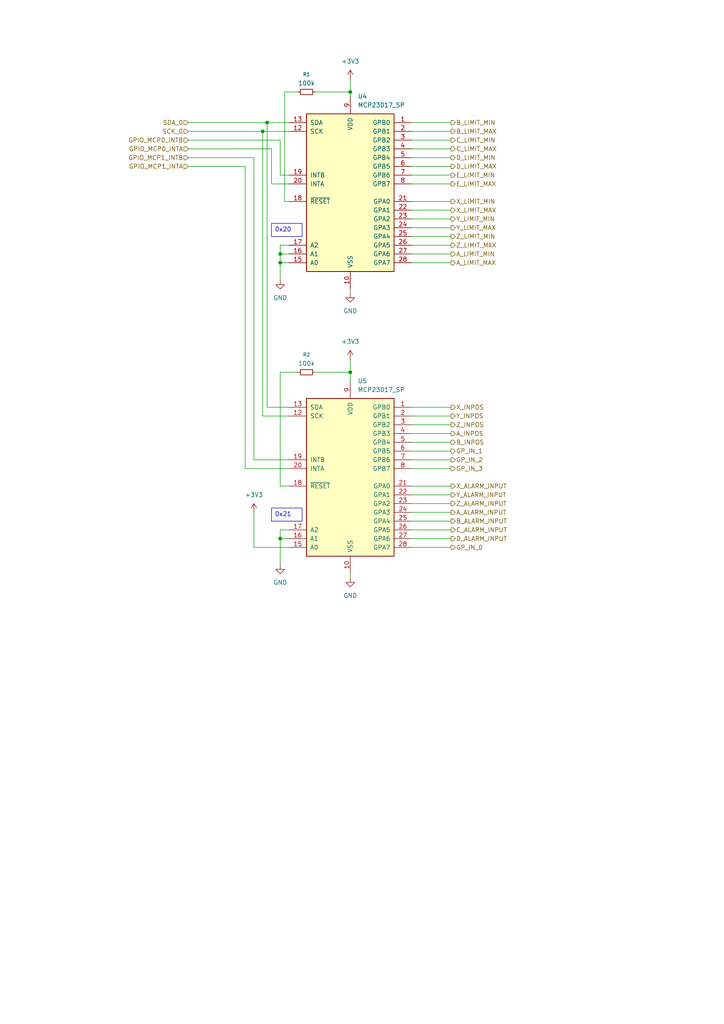
<source format=kicad_sch>
(kicad_sch (version 20250114) (generator "eeschema") (generator_version "9.0")
  (paper "A4" portrait)
  (lib_symbols
    (symbol "Device:R_Small" (pin_numbers (hide yes)) (pin_names (offset 0.254) (hide yes))
      (property "Reference" "R" (at 0 0 90))
      (property "Value" "R_Small" (at 1.778 0 90))
      (symbol "R_Small_0_1"
        (rectangle (start -0.762 1.778) (end 0.762 -1.778) (stroke (width 0.2032)))
      )
      (symbol "R_Small_1_1"
        (pin passive line (at 0 2.54 270) (length 0.762) (name "~") (number "1"))
        (pin passive line (at 0 -2.54 90) (length 0.762) (name "~") (number "2"))
      )
    )
    (symbol "Interface_Expansion:MCP23017_SP" (pin_names (offset 1.016))
      (property "Reference" "U" (at -11.43 24.13 0))
      (property "Value" "MCP23017_SP" (at 0 0 0))
      (symbol "MCP23017_SP_0_1"
        (rectangle (start -12.7 22.86) (end 12.7 -22.86) (stroke (width 0.254)) (fill (type background)))
      )
      (symbol "MCP23017_SP_1_1"
        (pin bidirectional line (at -17.78 20.32 0) (length 5.08) (name "SDA") (number "13"))
        (pin input line (at -17.78 17.78 0) (length 5.08) (name "SCK") (number "12"))
        (pin tri_state line (at -17.78 5.08 0) (length 5.08) (name "INTB") (number "19"))
        (pin tri_state line (at -17.78 2.54 0) (length 5.08) (name "INTA") (number "20"))
        (pin input line (at -17.78 -2.54 0) (length 5.08) (name "~{RESET}") (number "18"))
        (pin input line (at -17.78 -15.24 0) (length 5.08) (name "A2") (number "17"))
        (pin input line (at -17.78 -17.78 0) (length 5.08) (name "A1") (number "16"))
        (pin input line (at -17.78 -20.32 0) (length 5.08) (name "A0") (number "15"))
        (pin no_connect line (at -12.7 15.24 0) (length 5.08) (hide yes) (name "NC") (number "11"))
        (pin no_connect line (at -12.7 12.7 0) (length 5.08) (hide yes) (name "NC") (number "14"))
        (pin power_in line (at 0 27.94 270) (length 5.08) (name "VDD") (number "9"))
        (pin power_in line (at 0 -27.94 90) (length 5.08) (name "VSS") (number "10"))
        (pin bidirectional line (at 17.78 20.32 180) (length 5.08) (name "GPB0") (number "1"))
        (pin bidirectional line (at 17.78 17.78 180) (length 5.08) (name "GPB1") (number "2"))
        (pin bidirectional line (at 17.78 15.24 180) (length 5.08) (name "GPB2") (number "3"))
        (pin bidirectional line (at 17.78 12.7 180) (length 5.08) (name "GPB3") (number "4"))
        (pin bidirectional line (at 17.78 10.16 180) (length 5.08) (name "GPB4") (number "5"))
        (pin bidirectional line (at 17.78 7.62 180) (length 5.08) (name "GPB5") (number "6"))
        (pin bidirectional line (at 17.78 5.08 180) (length 5.08) (name "GPB6") (number "7"))
        (pin output line (at 17.78 2.54 180) (length 5.08) (name "GPB7") (number "8"))
        (pin bidirectional line (at 17.78 -2.54 180) (length 5.08) (name "GPA0") (number "21"))
        (pin bidirectional line (at 17.78 -5.08 180) (length 5.08) (name "GPA1") (number "22"))
        (pin bidirectional line (at 17.78 -7.62 180) (length 5.08) (name "GPA2") (number "23"))
        (pin bidirectional line (at 17.78 -10.16 180) (length 5.08) (name "GPA3") (number "24"))
        (pin bidirectional line (at 17.78 -12.7 180) (length 5.08) (name "GPA4") (number "25"))
        (pin bidirectional line (at 17.78 -15.24 180) (length 5.08) (name "GPA5") (number "26"))
        (pin bidirectional line (at 17.78 -17.78 180) (length 5.08) (name "GPA6") (number "27"))
        (pin output line (at 17.78 -20.32 180) (length 5.08) (name "GPA7") (number "28"))
      )
    )
    (symbol "power:+3V3" (power) (pin_numbers (hide yes)) (pin_names (offset 0) (hide yes))
      (property "Value" "+3V3" (at 0 3.556 0))
      (symbol "+3V3_0_1"
        (polyline (pts (xy -0.762 1.27) (xy 0 2.54)))
        (polyline (pts (xy 0 2.54) (xy 0.762 1.27)))
        (polyline (pts (xy 0 0) (xy 0 2.54)))
      )
      (symbol "+3V3_1_1"
        (pin power_in line (at 0 0 90) (length 0) (name "~") (number "1"))
      )
    )
    (symbol "power:GND" (power) (pin_numbers (hide yes)) (pin_names (offset 0) (hide yes))
      (property "Value" "GND" (at 0 -3.81 0))
      (symbol "GND_0_1"
        (polyline (pts (xy 0 0) (xy 0 -1.27) (xy 1.27 -1.27) (xy 0 -2.54) (xy -1.27 -1.27) (xy 0 -1.27)))
      )
      (symbol "GND_1_1"
        (pin power_in line (at 0 0 270) (length 0) (name "~") (number "1"))
      )
    )
  )
  (junction (at 101.6 107.95))
  (junction (at 77.47 35.56))
  (junction (at 81.28 156.21))
  (junction (at 101.6 26.67))
  (junction (at 81.28 73.66))
  (junction (at 76.2 38.1))
  (junction (at 81.28 76.2))
  (wire (pts (xy 78.74 43.18) (xy 54.61 43.18)))
  (wire (pts (xy 119.38 148.59) (xy 130.81 148.59)))
  (wire (pts (xy 119.38 125.73) (xy 130.81 125.73)))
  (wire (pts (xy 83.82 118.11) (xy 77.47 118.11)))
  (wire (pts (xy 119.38 45.72) (xy 130.81 45.72)))
  (wire (pts (xy 119.38 73.66) (xy 130.81 73.66)))
  (wire (pts (xy 119.38 135.89) (xy 130.81 135.89)))
  (wire (pts (xy 81.28 71.12) (xy 81.28 73.66)))
  (wire (pts (xy 76.2 38.1) (xy 76.2 120.65)))
  (wire (pts (xy 119.38 151.13) (xy 130.81 151.13)))
  (wire (pts (xy 83.82 140.97) (xy 81.28 140.97)))
  (wire (pts (xy 91.44 107.95) (xy 101.6 107.95)))
  (wire (pts (xy 83.82 135.89) (xy 71.12 135.89)))
  (wire (pts (xy 119.38 128.27) (xy 130.81 128.27)))
  (wire (pts (xy 119.38 40.64) (xy 130.81 40.64)))
  (wire (pts (xy 77.47 35.56) (xy 77.47 118.11)))
  (wire (pts (xy 101.6 166.37) (xy 101.6 167.64)))
  (wire (pts (xy 119.38 146.05) (xy 130.81 146.05)))
  (wire (pts (xy 119.38 66.04) (xy 130.81 66.04)))
  (wire (pts (xy 83.82 50.8) (xy 81.28 50.8)))
  (wire (pts (xy 119.38 143.51) (xy 130.81 143.51)))
  (wire (pts (xy 119.38 123.19) (xy 130.81 123.19)))
  (wire (pts (xy 81.28 156.21) (xy 81.28 163.83)))
  (wire (pts (xy 76.2 120.65) (xy 83.82 120.65)))
  (wire (pts (xy 119.38 48.26) (xy 130.81 48.26)))
  (wire (pts (xy 119.38 156.21) (xy 130.81 156.21)))
  (wire (pts (xy 73.66 133.35) (xy 73.66 45.72)))
  (wire (pts (xy 83.82 58.42) (xy 82.55 58.42)))
  (wire (pts (xy 83.82 53.34) (xy 78.74 53.34)))
  (wire (pts (xy 81.28 73.66) (xy 83.82 73.66)))
  (wire (pts (xy 82.55 58.42) (xy 82.55 26.67)))
  (wire (pts (xy 83.82 158.75) (xy 73.66 158.75)))
  (wire (pts (xy 78.74 53.34) (xy 78.74 43.18)))
  (wire (pts (xy 119.38 76.2) (xy 130.81 76.2)))
  (wire (pts (xy 81.28 50.8) (xy 81.28 40.64)))
  (wire (pts (xy 119.38 120.65) (xy 130.81 120.65)))
  (wire (pts (xy 119.38 71.12) (xy 130.81 71.12)))
  (wire (pts (xy 82.55 26.67) (xy 86.36 26.67)))
  (wire (pts (xy 119.38 35.56) (xy 130.81 35.56)))
  (wire (pts (xy 83.82 153.67) (xy 81.28 153.67)))
  (wire (pts (xy 119.38 38.1) (xy 130.81 38.1)))
  (wire (pts (xy 119.38 60.96) (xy 130.81 60.96)))
  (wire (pts (xy 101.6 107.95) (xy 101.6 110.49)))
  (wire (pts (xy 119.38 153.67) (xy 130.81 153.67)))
  (wire (pts (xy 73.66 148.59) (xy 73.66 158.75)))
  (wire (pts (xy 81.28 76.2) (xy 83.82 76.2)))
  (wire (pts (xy 81.28 140.97) (xy 81.28 107.95)))
  (wire (pts (xy 101.6 26.67) (xy 101.6 27.94)))
  (wire (pts (xy 119.38 133.35) (xy 130.81 133.35)))
  (wire (pts (xy 81.28 40.64) (xy 54.61 40.64)))
  (wire (pts (xy 119.38 68.58) (xy 130.81 68.58)))
  (wire (pts (xy 54.61 38.1) (xy 76.2 38.1)))
  (wire (pts (xy 119.38 140.97) (xy 130.81 140.97)))
  (wire (pts (xy 81.28 107.95) (xy 86.36 107.95)))
  (wire (pts (xy 54.61 45.72) (xy 73.66 45.72)))
  (wire (pts (xy 119.38 63.5) (xy 130.81 63.5)))
  (wire (pts (xy 91.44 26.67) (xy 101.6 26.67)))
  (wire (pts (xy 119.38 130.81) (xy 130.81 130.81)))
  (wire (pts (xy 83.82 71.12) (xy 81.28 71.12)))
  (wire (pts (xy 81.28 156.21) (xy 83.82 156.21)))
  (wire (pts (xy 54.61 48.26) (xy 71.12 48.26)))
  (wire (pts (xy 101.6 104.14) (xy 101.6 107.95)))
  (wire (pts (xy 119.38 53.34) (xy 130.81 53.34)))
  (wire (pts (xy 83.82 133.35) (xy 73.66 133.35)))
  (wire (pts (xy 101.6 22.86) (xy 101.6 26.67)))
  (wire (pts (xy 81.28 76.2) (xy 81.28 81.28)))
  (wire (pts (xy 77.47 35.56) (xy 83.82 35.56)))
  (wire (pts (xy 54.61 35.56) (xy 77.47 35.56)))
  (wire (pts (xy 119.38 158.75) (xy 130.81 158.75)))
  (wire (pts (xy 71.12 135.89) (xy 71.12 48.26)))
  (wire (pts (xy 119.38 58.42) (xy 130.81 58.42)))
  (wire (pts (xy 119.38 118.11) (xy 130.81 118.11)))
  (wire (pts (xy 119.38 43.18) (xy 130.81 43.18)))
  (wire (pts (xy 101.6 83.82) (xy 101.6 85.09)))
  (wire (pts (xy 76.2 38.1) (xy 83.82 38.1)))
  (wire (pts (xy 119.38 50.8) (xy 130.81 50.8)))
  (wire (pts (xy 81.28 73.66) (xy 81.28 76.2)))
  (wire (pts (xy 81.28 153.67) (xy 81.28 156.21)))
  (table (column_count 1) (border (external yes) (header yes)) (separators (rows yes) (cols yes)) (column_widths 8.89) (row_heights 3.81) (cells (table_cell "0x21" (at 78.74 147.32 0) (size 8.89 3.81) (margins 0.9525 0.9525 0.9525 0.9525) (span 1 1))))
  (table (column_count 1) (border (external yes) (header yes)) (separators (rows yes) (cols yes)) (column_widths 8.89) (row_heights 3.81) (cells (table_cell "0x20" (at 78.74 64.77 0) (size 8.89 3.81) (margins 0.9525 0.9525 0.9525 0.9525) (span 1 1))))
  (hierarchical_label "A_ALARM_INPUT" (shape output) (at 130.81 148.59 0))
  (hierarchical_label "B_LIMIT_MIN" (shape output) (at 130.81 35.56 0))
  (hierarchical_label "X_INPOS" (shape output) (at 130.81 118.11 0))
  (hierarchical_label "A_LIMIT_MAX" (shape output) (at 130.81 76.2 0))
  (hierarchical_label "Z_INPOS" (shape output) (at 130.81 123.19 0))
  (hierarchical_label "GP_IN_3" (shape output) (at 130.81 135.89 0))
  (hierarchical_label "C_LIMIT_MIN" (shape output) (at 130.81 40.64 0))
  (hierarchical_label "Y_LIMIT_MAX" (shape output) (at 130.81 66.04 0))
  (hierarchical_label "E_LIMIT_MAX" (shape output) (at 130.81 53.34 0))
  (hierarchical_label "Z_LIMIT_MAX" (shape output) (at 130.81 71.12 0))
  (hierarchical_label "Y_ALARM_INPUT" (shape output) (at 130.81 143.51 0))
  (hierarchical_label "GPIO_MCP1_INTA" (shape input) (at 54.61 48.26 180))
  (hierarchical_label "GPIO_MCP0_INTA" (shape input) (at 54.61 43.18 180))
  (hierarchical_label "C_LIMIT_MAX" (shape output) (at 130.81 43.18 0))
  (hierarchical_label "GPIO_MCP1_INTB" (shape input) (at 54.61 45.72 180))
  (hierarchical_label "C_ALARM_INPUT" (shape output) (at 130.81 153.67 0))
  (hierarchical_label "Z_ALARM_INPUT" (shape output) (at 130.81 146.05 0))
  (hierarchical_label "Y_LIMIT_MIN" (shape output) (at 130.81 63.5 0))
  (hierarchical_label "GPIO_MCP0_INTB" (shape input) (at 54.61 40.64 180))
  (hierarchical_label "B_LIMIT_MAX" (shape output) (at 130.81 38.1 0))
  (hierarchical_label "D_LIMIT_MAX" (shape output) (at 130.81 48.26 0))
  (hierarchical_label "GP_IN_0" (shape output) (at 130.81 158.75 0))
  (hierarchical_label "Z_LIMIT_MIN" (shape output) (at 130.81 68.58 0))
  (hierarchical_label "SDA_0" (shape input) (at 54.61 35.56 180))
  (hierarchical_label "D_ALARM_INPUT" (shape output) (at 130.81 156.21 0))
  (hierarchical_label "B_INPOS" (shape output) (at 130.81 128.27 0))
  (hierarchical_label "SCK_0" (shape input) (at 54.61 38.1 180))
  (hierarchical_label "D_LIMIT_MIN" (shape output) (at 130.81 45.72 0))
  (hierarchical_label "B_ALARM_INPUT" (shape output) (at 130.81 151.13 0))
  (hierarchical_label "X_LIMIT_MIN" (shape output) (at 130.81 58.42 0))
  (hierarchical_label "X_LIMIT_MAX" (shape output) (at 130.81 60.96 0))
  (hierarchical_label "X_ALARM_INPUT" (shape output) (at 130.81 140.97 0))
  (hierarchical_label "A_INPOS" (shape output) (at 130.81 125.73 0))
  (hierarchical_label "GP_IN_1" (shape output) (at 130.81 130.81 0))
  (hierarchical_label "A_LIMIT_MIN" (shape output) (at 130.81 73.66 0))
  (hierarchical_label "GP_IN_2" (shape output) (at 130.81 133.35 0))
  (hierarchical_label "Y_INPOS" (shape output) (at 130.81 120.65 0))
  (hierarchical_label "E_LIMIT_MIN" (shape output) (at 130.81 50.8 0))
  (symbol (lib_id "power:+3V3") (at 101.6 22.86 0) (unit 1)
    (property "Reference" "#PWR011" (effects (hide yes)))
    (property "Value" "+3V3" (at 101.6 17.78 0))
    (property "Description" "Power symbol creates a global label with name \"+3V3\"" (effects (hide yes)))
  )
  (symbol (lib_id "Interface_Expansion:MCP23017_SP") (at 101.6 138.43 0) (unit 1)
    (property "Reference" "U5" (at 103.7433 110.49 0) (effects (justify left)))
    (property "Value" "MCP23017_SP" (at 103.7433 113.03 0) (effects (justify left)))
    (property "Footprint" "Package_DIP:DIP-28_W7.62mm" (effects (hide yes)))
    (property "Datasheet" "https://ww1.microchip.com/downloads/aemDocuments/documents/APID/ProductDocuments/DataSheets/MCP23017-Data-Sheet-DS20001952.pdf" (effects (hide yes)))
    (property "Description" "16-bit I/O expander, I2C, interrupts, w pull-ups, SPDIP-28" (effects (hide yes)))
  )
  (symbol (lib_id "power:GND") (at 81.28 163.83 0) (unit 1)
    (property "Reference" "#PWR019" (effects (hide yes)))
    (property "Value" "GND" (at 81.28 168.91 0))
    (property "Description" "Power symbol creates a global label with name \"GND\" , ground" (effects (hide yes)))
  )
  (symbol (lib_id "power:+3V3") (at 101.6 104.14 0) (unit 1)
    (property "Reference" "#PWR012" (effects (hide yes)))
    (property "Value" "+3V3" (at 101.6 99.06 0))
    (property "Description" "Power symbol creates a global label with name \"+3V3\"" (effects (hide yes)))
  )
  (symbol (lib_id "power:GND") (at 101.6 85.09 0) (unit 1)
    (property "Reference" "#PWR010" (effects (hide yes)))
    (property "Value" "GND" (at 101.6 90.17 0))
    (property "Description" "Power symbol creates a global label with name \"GND\" , ground" (effects (hide yes)))
  )
  (symbol (lib_id "Device:R_Small") (at 88.9 107.95 90) (unit 1)
    (property "Reference" "R2" (at 88.9 102.87 90) (effects (font (size 1.016 1.016))))
    (property "Value" "100k" (at 88.9 105.41 90))
    (property "Description" "Resistor, small symbol" (effects (hide yes)))
  )
  (symbol (lib_id "Interface_Expansion:MCP23017_SP") (at 101.6 55.88 0) (unit 1)
    (property "Reference" "U4" (at 103.7433 27.94 0) (effects (justify left)))
    (property "Value" "MCP23017_SP" (at 103.7433 30.48 0) (effects (justify left)))
    (property "Footprint" "Package_DIP:DIP-28_W7.62mm" (effects (hide yes)))
    (property "Datasheet" "https://ww1.microchip.com/downloads/aemDocuments/documents/APID/ProductDocuments/DataSheets/MCP23017-Data-Sheet-DS20001952.pdf" (effects (hide yes)))
    (property "Description" "16-bit I/O expander, I2C, interrupts, w pull-ups, SPDIP-28" (effects (hide yes)))
  )
  (symbol (lib_id "Device:R_Small") (at 88.9 26.67 90) (unit 1)
    (property "Reference" "R1" (at 88.9 21.59 90) (effects (font (size 1.016 1.016))))
    (property "Value" "100k" (at 88.9 24.13 90))
    (property "Description" "Resistor, small symbol" (effects (hide yes)))
  )
  (symbol (lib_id "power:GND") (at 81.28 81.28 0) (unit 1)
    (property "Reference" "#PWR016" (effects (hide yes)))
    (property "Value" "GND" (at 81.28 86.36 0))
    (property "Description" "Power symbol creates a global label with name \"GND\" , ground" (effects (hide yes)))
  )
  (symbol (lib_id "power:+3V3") (at 73.66 148.59 0) (unit 1)
    (property "Reference" "#PWR018" (effects (hide yes)))
    (property "Value" "+3V3" (at 73.66 143.51 0))
    (property "Description" "Power symbol creates a global label with name \"+3V3\"" (effects (hide yes)))
  )
  (symbol (lib_id "power:GND") (at 101.6 167.64 0) (unit 1)
    (property "Reference" "#PWR013" (effects (hide yes)))
    (property "Value" "GND" (at 101.6 172.72 0))
    (property "Description" "Power symbol creates a global label with name \"GND\" , ground" (effects (hide yes)))
  )
)
</source>
